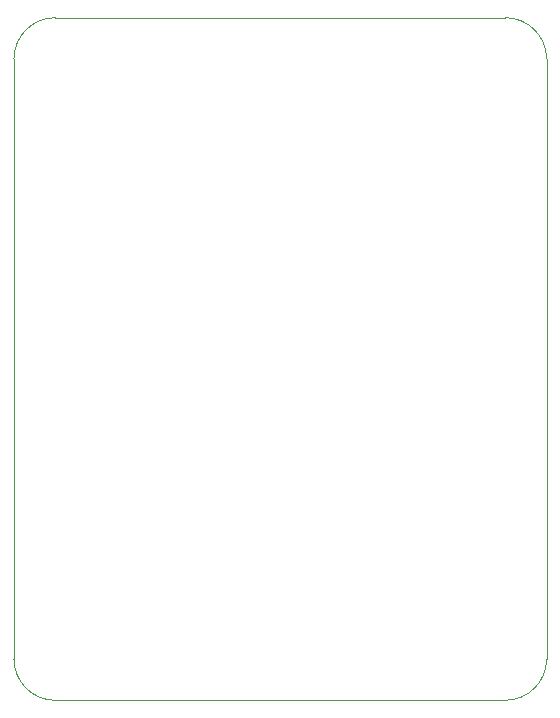
<source format=gbr>
%TF.GenerationSoftware,KiCad,Pcbnew,7.0.7*%
%TF.CreationDate,2023-10-21T12:14:55-04:00*%
%TF.ProjectId,processor,70726f63-6573-4736-9f72-2e6b69636164,rev?*%
%TF.SameCoordinates,Original*%
%TF.FileFunction,Profile,NP*%
%FSLAX46Y46*%
G04 Gerber Fmt 4.6, Leading zero omitted, Abs format (unit mm)*
G04 Created by KiCad (PCBNEW 7.0.7) date 2023-10-21 12:14:55*
%MOMM*%
%LPD*%
G01*
G04 APERTURE LIST*
%TA.AperFunction,Profile*%
%ADD10C,0.100000*%
%TD*%
G04 APERTURE END LIST*
D10*
X176600000Y-69200000D02*
X176600000Y-120000000D01*
X135000000Y-65700000D02*
G75*
G03*
X131500000Y-69200000I0J-3500000D01*
G01*
X173100000Y-65700000D02*
X135000000Y-65700000D01*
X131500000Y-69200000D02*
X131500000Y-120000000D01*
X176600000Y-69200000D02*
G75*
G03*
X173100000Y-65700000I-3500000J0D01*
G01*
X135000000Y-123500000D02*
X173100000Y-123500000D01*
X131500000Y-120000000D02*
G75*
G03*
X135000000Y-123500000I3500000J0D01*
G01*
X173100000Y-123500000D02*
G75*
G03*
X176600000Y-120000000I0J3500000D01*
G01*
M02*

</source>
